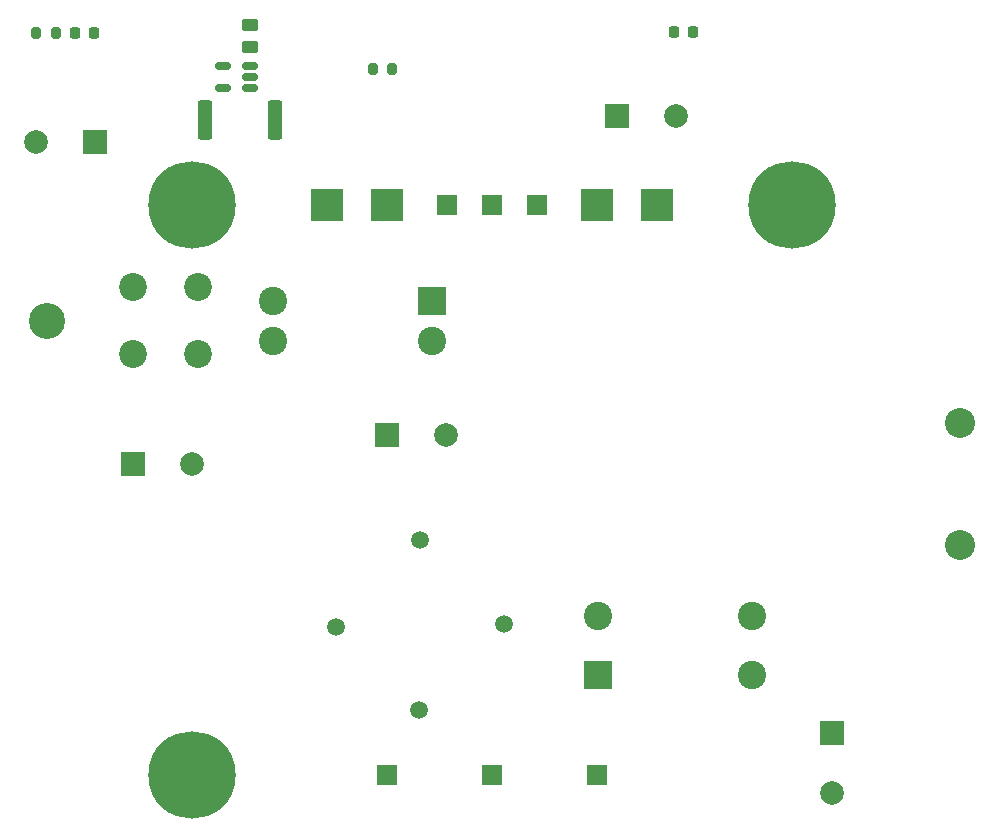
<source format=gbr>
%TF.GenerationSoftware,KiCad,Pcbnew,9.0.0*%
%TF.CreationDate,2025-03-29T15:41:40+01:00*%
%TF.ProjectId,TDK_DCDC_pcb,54444b5f-4443-4444-935f-7063622e6b69,rev?*%
%TF.SameCoordinates,Original*%
%TF.FileFunction,Soldermask,Bot*%
%TF.FilePolarity,Negative*%
%FSLAX46Y46*%
G04 Gerber Fmt 4.6, Leading zero omitted, Abs format (unit mm)*
G04 Created by KiCad (PCBNEW 9.0.0) date 2025-03-29 15:41:40*
%MOMM*%
%LPD*%
G01*
G04 APERTURE LIST*
G04 Aperture macros list*
%AMRoundRect*
0 Rectangle with rounded corners*
0 $1 Rounding radius*
0 $2 $3 $4 $5 $6 $7 $8 $9 X,Y pos of 4 corners*
0 Add a 4 corners polygon primitive as box body*
4,1,4,$2,$3,$4,$5,$6,$7,$8,$9,$2,$3,0*
0 Add four circle primitives for the rounded corners*
1,1,$1+$1,$2,$3*
1,1,$1+$1,$4,$5*
1,1,$1+$1,$6,$7*
1,1,$1+$1,$8,$9*
0 Add four rect primitives between the rounded corners*
20,1,$1+$1,$2,$3,$4,$5,0*
20,1,$1+$1,$4,$5,$6,$7,0*
20,1,$1+$1,$6,$7,$8,$9,0*
20,1,$1+$1,$8,$9,$2,$3,0*%
G04 Aperture macros list end*
%ADD10C,1.500000*%
%ADD11R,2.400000X2.400000*%
%ADD12C,2.400000*%
%ADD13R,2.000000X2.000000*%
%ADD14C,2.000000*%
%ADD15C,7.400000*%
%ADD16C,2.540000*%
%ADD17C,3.048000*%
%ADD18C,2.362200*%
%ADD19R,1.752600X1.752600*%
%ADD20R,2.768600X2.768600*%
%ADD21RoundRect,0.200000X0.200000X0.275000X-0.200000X0.275000X-0.200000X-0.275000X0.200000X-0.275000X0*%
%ADD22RoundRect,0.218750X-0.218750X-0.256250X0.218750X-0.256250X0.218750X0.256250X-0.218750X0.256250X0*%
%ADD23RoundRect,0.250000X0.450000X-0.262500X0.450000X0.262500X-0.450000X0.262500X-0.450000X-0.262500X0*%
%ADD24RoundRect,0.150000X0.512500X0.150000X-0.512500X0.150000X-0.512500X-0.150000X0.512500X-0.150000X0*%
%ADD25RoundRect,0.250000X0.362500X1.425000X-0.362500X1.425000X-0.362500X-1.425000X0.362500X-1.425000X0*%
G04 APERTURE END LIST*
D10*
%TO.C,C3*%
X130766058Y-113762876D03*
X137837126Y-120833944D03*
%TD*%
D11*
%TO.C,C1*%
X153000000Y-117823959D03*
D12*
X153000000Y-112823959D03*
%TD*%
D13*
%TO.C,C10*%
X110367678Y-72700000D03*
D14*
X105367678Y-72700000D03*
%TD*%
D15*
%TO.C,U6*%
X118590000Y-78030000D03*
%TD*%
D12*
%TO.C,C6*%
X166000000Y-117823959D03*
X166000000Y-112823959D03*
%TD*%
D10*
%TO.C,C2*%
X145000000Y-113500000D03*
X137928932Y-106428932D03*
%TD*%
D15*
%TO.C,U7*%
X118590000Y-126330000D03*
%TD*%
D13*
%TO.C,C9*%
X135132323Y-97500000D03*
D14*
X140132323Y-97500000D03*
%TD*%
D16*
%TO.C,HV_in1*%
X183639999Y-96540000D03*
X183639999Y-106840000D03*
%TD*%
D13*
%TO.C,C11*%
X113632323Y-100000000D03*
D14*
X118632323Y-100000000D03*
%TD*%
D13*
%TO.C,C8*%
X154604323Y-70485000D03*
D14*
X159604323Y-70485000D03*
%TD*%
D15*
%TO.C,U5*%
X169390000Y-78030000D03*
%TD*%
D13*
%TO.C,D1*%
X172805000Y-122710000D03*
D14*
X172805000Y-127789999D03*
%TD*%
D12*
%TO.C,F2*%
X138950000Y-89589177D03*
D11*
X138950000Y-86189177D03*
D12*
X125480000Y-89589177D03*
X125480000Y-86189177D03*
%TD*%
D17*
%TO.C,LV_out1*%
X106313550Y-87850777D03*
D18*
X113613551Y-90700779D03*
X113613551Y-85000776D03*
X119113551Y-90700779D03*
X119113550Y-85000775D03*
%TD*%
D19*
%TO.C,U1*%
X152880000Y-126320000D03*
X143990000Y-126320000D03*
X135100000Y-126320000D03*
D20*
X130020000Y-78020000D03*
X135100000Y-78020000D03*
D19*
X140180000Y-78020000D03*
X143990000Y-78020000D03*
X147800000Y-78020000D03*
D20*
X152880000Y-78020000D03*
X157960000Y-78020000D03*
%TD*%
D21*
%TO.C,R8*%
X107075000Y-63500000D03*
X105425000Y-63500000D03*
%TD*%
D22*
%TO.C,D2*%
X159424998Y-63400000D03*
X161000000Y-63400000D03*
%TD*%
D23*
%TO.C,R2*%
X123500000Y-64662500D03*
X123500000Y-62837500D03*
%TD*%
D21*
%TO.C,R4*%
X135575000Y-66500000D03*
X133925000Y-66500000D03*
%TD*%
D24*
%TO.C,U3*%
X123537500Y-66234178D03*
X123537500Y-67184177D03*
X123537500Y-68134176D03*
X121262500Y-68134176D03*
X121262500Y-66234178D03*
%TD*%
D25*
%TO.C,Rshunt1*%
X125662500Y-70884177D03*
X119737500Y-70884177D03*
%TD*%
D22*
%TO.C,D5*%
X108724998Y-63500000D03*
X110300000Y-63500000D03*
%TD*%
M02*

</source>
